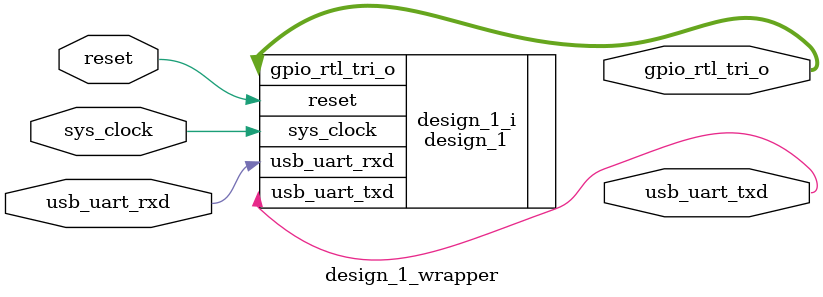
<source format=v>
`timescale 1 ps / 1 ps

module design_1_wrapper
   (gpio_rtl_tri_o,
    reset,
    sys_clock,
    usb_uart_rxd,
    usb_uart_txd);
  output [15:0]gpio_rtl_tri_o;
  input reset;
  input sys_clock;
  input usb_uart_rxd;
  output usb_uart_txd;

  wire [15:0]gpio_rtl_tri_o;
  wire reset;
  wire sys_clock;
  wire usb_uart_rxd;
  wire usb_uart_txd;

  design_1 design_1_i
       (.gpio_rtl_tri_o(gpio_rtl_tri_o),
        .reset(reset),
        .sys_clock(sys_clock),
        .usb_uart_rxd(usb_uart_rxd),
        .usb_uart_txd(usb_uart_txd));
endmodule

</source>
